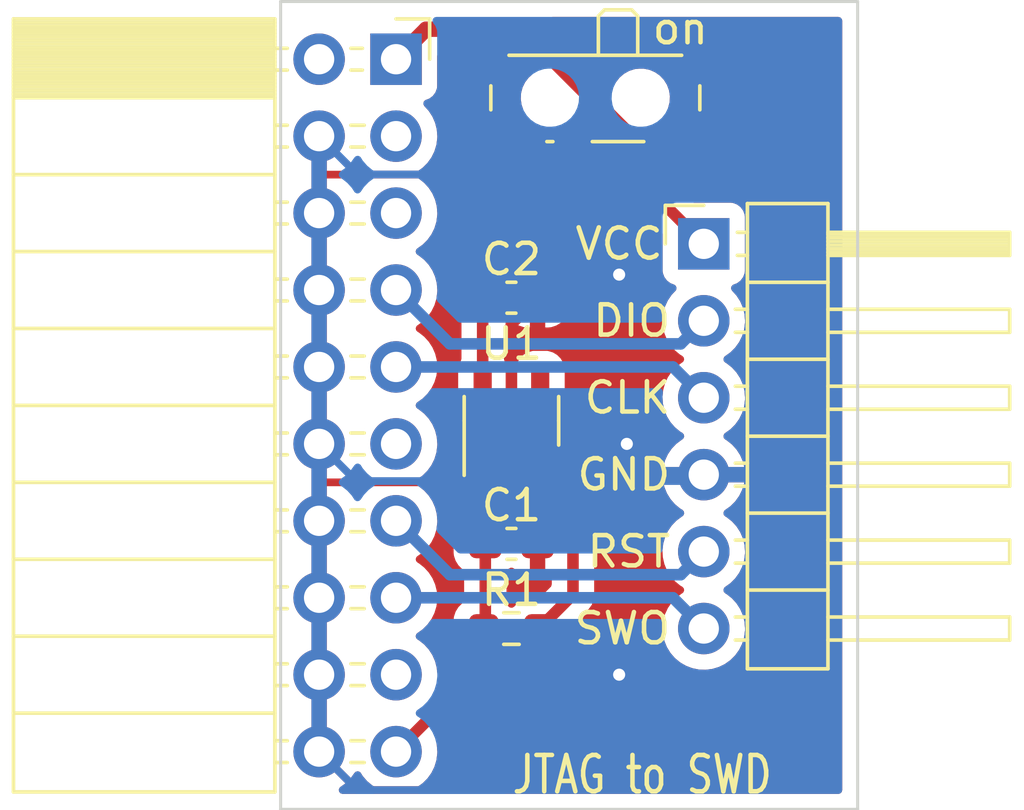
<source format=kicad_pcb>
(kicad_pcb (version 20211014) (generator pcbnew)
  (layers (0 "F.Cu" mixed) (31 "B.Cu" mixed) (35 "F.Paste" user) (37 "F.SilkS" user "F.Silkscreen") (38 "B.Mask" user) (39 "F.Mask" user) (44 "Edge.Cuts" user))
  (net 0 "")
  (net 1 "+5V")
  (net 2 "GND")
  (net 3 "+3.3V")
  (net 4 "/VTref")
  (net 6 "/nTRST")
  (net 7 "/TDI")
  (net 8 "/TMS_DIO")
  (net 9 "/TCK_CLK")
  (net 11 "/TDO_SWO")
  (net 12 "/RST")
  (net 14 "Net-(R1-Pad2)")
  (footprint "Resistor_SMD:R_0603_1608Metric_Pad0.98x0.95mm_HandSolder" (layer "F.Cu") (at 123.19 100.076)
    (fp_text reference "R1" (at 0 -1.27) (layer "F.SilkS"))
    (fp_text value "10K")
    (fp_line (start -0.254724 -0.5225) (end 0.254724 -0.5225) (layer "F.SilkS") (width 0.12))
    (fp_line (start -0.254724 0.5225) (end 0.254724 0.5225) (layer "F.SilkS") (width 0.12))
    (pad "1" smd roundrect (at -0.9125 0) (size 0.975 0.95) (layers "F.Cu" "F.Paste" "F.Mask") (net 1 "+5V"))
    (pad "2" smd roundrect (at 0.9125 0) (size 0.975 0.95) (layers "F.Cu" "F.Paste" "F.Mask") (net 14 "Net-(R1-Pad2)"))
  )
  (footprint "Package_TO_SOT_SMD:SOT-23-5" (layer "F.Cu") (at 123.19 93.218 90)
    (fp_text reference "U1" (at 2.54 0 180) (layer "F.SilkS"))
    (fp_text value "NCP163")
    (fp_line (start 0 1.56) (end -0.8 1.56) (layer "F.SilkS") (width 0.12))
    (fp_line (start 0 -1.56) (end 0.8 -1.56) (layer "F.SilkS") (width 0.12))
    (fp_line (start 0 1.56) (end 0.8 1.56) (layer "F.SilkS") (width 0.12))
    (fp_line (start 0 -1.56) (end -1.8 -1.56) (layer "F.SilkS") (width 0.12))
    (pad "1" smd roundrect (at -1.1375 -0.95 90) (size 1.325 0.6) (layers "F.Cu" "F.Paste" "F.Mask") (net 1 "+5V"))
    (pad "2" smd roundrect (at -1.1375 0 90) (size 1.325 0.6) (layers "F.Cu" "F.Paste" "F.Mask") (net 2 "GND"))
    (pad "3" smd roundrect (at -1.1375 0.95 90) (size 1.325 0.6) (layers "F.Cu" "F.Paste" "F.Mask") (net 14 "Net-(R1-Pad2)"))
    (pad "4" smd roundrect (at 1.1375 0.95 90) (size 1.325 0.6) (layers "F.Cu" "F.Paste" "F.Mask"))
    (pad "5" smd roundrect (at 1.1375 -0.95 90) (size 1.325 0.6) (layers "F.Cu" "F.Paste" "F.Mask") (net 3 "+3.3V"))
  )
  (footprint "Capacitor_SMD:C_0603_1608Metric_Pad1.08x0.95mm_HandSolder" (layer "F.Cu") (at 123.19 97.282)
    (fp_text reference "C1" (at 0 -1.27) (layer "F.SilkS"))
    (fp_text value "4k7")
    (fp_line (start -0.146267 0.51) (end 0.146267 0.51) (layer "F.SilkS") (width 0.12))
    (fp_line (start -0.146267 -0.51) (end 0.146267 -0.51) (layer "F.SilkS") (width 0.12))
    (pad "1" smd roundrect (at -0.8625 0) (size 1.075 0.95) (layers "F.Cu" "F.Paste" "F.Mask") (net 1 "+5V"))
    (pad "2" smd roundrect (at 0.8625 0) (size 1.075 0.95) (layers "F.Cu" "F.Paste" "F.Mask") (net 2 "GND"))
  )
  (footprint "Capacitor_SMD:C_0603_1608Metric_Pad1.08x0.95mm_HandSolder" (layer "F.Cu") (at 123.19 89.154)
    (fp_text reference "C2" (at 0 -1.27) (layer "F.SilkS"))
    (fp_text value "4k7")
    (fp_line (start -0.146267 0.51) (end 0.146267 0.51) (layer "F.SilkS") (width 0.12))
    (fp_line (start -0.146267 -0.51) (end 0.146267 -0.51) (layer "F.SilkS") (width 0.12))
    (pad "1" smd roundrect (at -0.8625 0) (size 1.075 0.95) (layers "F.Cu" "F.Paste" "F.Mask") (net 3 "+3.3V"))
    (pad "2" smd roundrect (at 0.8625 0) (size 1.075 0.95) (layers "F.Cu" "F.Paste" "F.Mask") (net 2 "GND"))
  )
  (footprint "Button_Switch_SMD:SW_SPDT_PCM12" (layer "F.Cu") (at 125.96 82.88 180)
    (fp_text reference "SW1" hide)
    (fp_text value "PWR_ON" hide)
    (fp_line (start -0.1 3.02) (end -0.1 1.73) (layer "F.SilkS") (width 0.12))
    (fp_line (start 1.4 -1.12) (end 1.6 -1.12) (layer "F.SilkS") (width 0.12))
    (fp_line (start -0.1 3.02) (end -0.3 3.23) (layer "F.SilkS") (width 0.12))
    (fp_line (start -1.4 1.73) (end -1.4 3.02) (layer "F.SilkS") (width 0.12))
    (fp_line (start -1.4 3.02) (end -1.2 3.23) (layer "F.SilkS") (width 0.12))
    (fp_line (start -1.6 -1.12) (end 0.1 -1.12) (layer "F.SilkS") (width 0.12))
    (fp_line (start -1.2 3.23) (end -0.3 3.23) (layer "F.SilkS") (width 0.12))
    (fp_line (start -3.45 -0.07) (end -3.45 0.72) (layer "F.SilkS") (width 0.12))
    (fp_line (start 3.45 0.72) (end 3.45 -0.07) (layer "F.SilkS") (width 0.12))
    (fp_line (start -2.85 1.73) (end 2.85 1.73) (layer "F.SilkS") (width 0.12))
    (pad "" smd rect (at -3.65 -0.78 180) (size 1 0.8) (layers "F.Cu" "F.Paste" "F.Mask"))
    (pad "" smd rect (at 3.65 1.43 180) (size 1 0.8) (layers "F.Cu" "F.Paste" "F.Mask"))
    (pad "" smd rect (at 3.65 -0.78 180) (size 1 0.8) (layers "F.Cu" "F.Paste" "F.Mask"))
    (pad "" smd rect (at -3.65 1.43 180) (size 1 0.8) (layers "F.Cu" "F.Paste" "F.Mask"))
    (pad "" np_thru_hole circle (at -1.5 0.33 180) (size 0.9 0.9) (drill 0.9) (layers *.Cu *.Mask))
    (pad "" np_thru_hole circle (at 1.5 0.33 180) (size 0.9 0.9) (drill 0.9) (layers *.Cu *.Mask))
    (pad "1" smd rect (at -2.25 -1.43 180) (size 0.7 1.5) (layers "F.Cu" "F.Paste" "F.Mask") (net 4 "/VTref"))
    (pad "2" smd rect (at 0.75 -1.43 180) (size 0.7 1.5) (layers "F.Cu" "F.Paste" "F.Mask") (net 3 "+3.3V"))
    (pad "3" smd rect (at 2.25 -1.43 180) (size 0.7 1.5) (layers "F.Cu" "F.Paste" "F.Mask"))
  )
  (footprint "Connector_PinHeader_2.54mm:PinHeader_1x06_P2.54mm_Horizontal" (layer "F.Cu") (at 129.54 87.376)
    (fp_text reference "J2" hide)
    (fp_text value "SWD" hide)
    (fp_line (start 1.44 1.27) (end 4.1 1.27) (layer "F.SilkS") (width 0.12))
    (fp_line (start 10.1 7.24) (end 10.1 8) (layer "F.SilkS") (width 0.12))
    (fp_line (start 4.1 -0.08) (end 10.1 -0.08) (layer "F.SilkS") (width 0.12))
    (fp_line (start 1.042929 4.7) (end 1.44 4.7) (layer "F.SilkS") (width 0.12))
    (fp_line (start 10.1 2.16) (end 10.1 2.92) (layer "F.SilkS") (width 0.12))
    (fp_line (start 10.1 13.08) (end 4.1 13.08) (layer "F.SilkS") (width 0.12))
    (fp_line (start 10.1 10.54) (end 4.1 10.54) (layer "F.SilkS") (width 0.12))
    (fp_line (start 4.1 4.7) (end 10.1 4.7) (layer "F.SilkS") (width 0.12))
    (fp_line (start 1.042929 12.32) (end 1.44 12.32) (layer "F.SilkS") (width 0.12))
    (fp_line (start 4.1 9.78) (end 10.1 9.78) (layer "F.SilkS") (width 0.12))
    (fp_line (start 4.1 12.32) (end 10.1 12.32) (layer "F.SilkS") (width 0.12))
    (fp_line (start 1.44 -1.33) (end 1.44 14.03) (layer "F.SilkS") (width 0.12))
    (fp_line (start 1.042929 10.54) (end 1.44 10.54) (layer "F.SilkS") (width 0.12))
    (fp_line (start 1.042929 2.16) (end 1.44 2.16) (layer "F.SilkS") (width 0.12))
    (fp_line (start -1.27 0) (end -1.27 -1.27) (layer "F.SilkS") (width 0.12))
    (fp_line (start 4.1 0.28) (end 10.1 0.28) (layer "F.SilkS") (width 0.12))
    (fp_line (start 4.1 -0.38) (end 10.1 -0.38) (layer "F.SilkS") (width 0.12))
    (fp_line (start 4.1 7.24) (end 10.1 7.24) (layer "F.SilkS") (width 0.12))
    (fp_line (start 10.1 4.7) (end 10.1 5.46) (layer "F.SilkS") (width 0.12))
    (fp_line (start 4.1 -0.2) (end 10.1 -0.2) (layer "F.SilkS") (width 0.12))
    (fp_line (start 4.1 14.03) (end 4.1 -1.33) (layer "F.SilkS") (width 0.12))
    (fp_line (start 1.44 6.35) (end 4.1 6.35) (layer "F.SilkS") (width 0.12))
    (fp_line (start 1.44 8.89) (end 4.1 8.89) (layer "F.SilkS") (width 0.12))
    (fp_line (start 1.11 -0.38) (end 1.44 -0.38) (layer "F.SilkS") (width 0.12))
    (fp_line (start 1.042929 9.78) (end 1.44 9.78) (layer "F.SilkS") (width 0.12))
    (fp_line (start 1.042929 7.24) (end 1.44 7.24) (layer "F.SilkS") (width 0.12))
    (fp_line (start 10.1 12.32) (end 10.1 13.08) (layer "F.SilkS") (width 0.12))
    (fp_line (start 1.042929 2.92) (end 1.44 2.92) (layer "F.SilkS") (width 0.12))
    (fp_line (start -1.27 -1.27) (end 0 -1.27) (layer "F.SilkS") (width 0.12))
    (fp_line (start 10.1 8) (end 4.1 8) (layer "F.SilkS") (width 0.12))
    (fp_line (start 10.1 0.38) (end 4.1 0.38) (layer "F.SilkS") (width 0.12))
    (fp_line (start 10.1 -0.38) (end 10.1 0.38) (layer "F.SilkS") (width 0.12))
    (fp_line (start 4.1 0.16) (end 10.1 0.16) (layer "F.SilkS") (width 0.12))
    (fp_line (start 1.44 3.81) (end 4.1 3.81) (layer "F.SilkS") (width 0.12))
    (fp_line (start 4.1 0.04) (end 10.1 0.04) (layer "F.SilkS") (width 0.12))
    (fp_line (start 10.1 9.78) (end 10.1 10.54) (layer "F.SilkS") (width 0.12))
    (fp_line (start 1.44 14.03) (end 4.1 14.03) (layer "F.SilkS") (width 0.12))
    (fp_line (start 10.1 5.46) (end 4.1 5.46) (layer "F.SilkS") (width 0.12))
    (fp_line (start 4.1 -1.33) (end 1.44 -1.33) (layer "F.SilkS") (width 0.12))
    (fp_line (start 1.44 11.43) (end 4.1 11.43) (layer "F.SilkS") (width 0.12))
    (fp_line (start 1.042929 13.08) (end 1.44 13.08) (layer "F.SilkS") (width 0.12))
    (fp_line (start 1.11 0.38) (end 1.44 0.38) (layer "F.SilkS") (width 0.12))
    (fp_line (start 1.042929 8) (end 1.44 8) (layer "F.SilkS") (width 0.12))
    (fp_line (start 10.1 2.92) (end 4.1 2.92) (layer "F.SilkS") (width 0.12))
    (fp_line (start 4.1 -0.32) (end 10.1 -0.32) (layer "F.SilkS") (width 0.12))
    (fp_line (start 1.042929 5.46) (end 1.44 5.46) (layer "F.SilkS") (width 0.12))
    (fp_line (start 4.1 2.16) (end 10.1 2.16) (layer "F.SilkS") (width 0.12))
    (pad "1" thru_hole rect (at 0 0) (size 1.7 1.7) (drill 1) (layers *.Cu *.Mask) (net 4 "/VTref"))
    (pad "2" thru_hole oval (at 0 2.54) (size 1.7 1.7) (drill 1) (layers *.Cu *.Mask) (net 8 "/TMS_DIO"))
    (pad "3" thru_hole oval (at 0 5.08) (size 1.7 1.7) (drill 1) (layers *.Cu *.Mask) (net 9 "/TCK_CLK"))
    (pad "4" thru_hole oval (at 0 7.62) (size 1.7 1.7) (drill 1) (layers *.Cu *.Mask) (net 2 "GND"))
    (pad "5" thru_hole oval (at 0 10.16) (size 1.7 1.7) (drill 1) (layers *.Cu *.Mask) (net 11 "/TDO_SWO"))
    (pad "6" thru_hole oval (at 0 12.7) (size 1.7 1.7) (drill 1) (layers *.Cu *.Mask) (net 12 "/RST"))
  )
  (footprint "Connector_PinSocket_2.54mm:PinSocket_2x10_P2.54mm_Horizontal" (layer "F.Cu") (at 119.38 81.28)
    (fp_text reference "J1" hide)
    (fp_text value "Conn_02x10_Odd_Even" hide)
    (fp_line (start -12.63 0.561425) (end -4 0.561425) (layer "F.SilkS") (width 0.12))
    (fp_line (start -4 23.22) (end -3.59 23.22) (layer "F.SilkS") (width 0.12))
    (fp_line (start -12.63 1.27) (end -4 1.27) (layer "F.SilkS") (width 0.12))
    (fp_line (start -4 19.96) (end -3.59 19.96) (layer "F.SilkS") (width 0.12))
    (fp_line (start -12.63 1.1519) (end -4 1.1519) (layer "F.SilkS") (width 0.12))
    (fp_line (start -4 18.14) (end -3.59 18.14) (layer "F.SilkS") (width 0.12))
    (fp_line (start -12.63 -0.02905) (end -4 -0.02905) (layer "F.SilkS") (width 0.12))
    (fp_line (start -12.63 -0.147145) (end -4 -0.147145) (layer "F.SilkS") (width 0.12))
    (fp_line (start -12.63 -0.26524) (end -4 -0.26524) (layer "F.SilkS") (width 0.12))
    (fp_line (start -12.63 0.91571) (end -4 0.91571) (layer "F.SilkS") (width 0.12))
    (fp_line (start -12.63 -1.33) (end -4 -1.33) (layer "F.SilkS") (width 0.12))
    (fp_line (start -4 9.8) (end -3.59 9.8) (layer "F.SilkS") (width 0.12))
    (fp_line (start -12.63 0.325235) (end -4 0.325235) (layer "F.SilkS") (width 0.12))
    (fp_line (start -1.49 19.96) (end -1.05 19.96) (layer "F.SilkS") (width 0.12))
    (fp_line (start -12.63 16.51) (end -4 16.51) (layer "F.SilkS") (width 0.12))
    (fp_line (start -4 -1.33) (end -4 24.19) (layer "F.SilkS") (width 0.12))
    (fp_line (start -12.63 -1.33) (end -12.63 24.19) (layer "F.SilkS") (width 0.12))
    (fp_line (start -1.49 5.44) (end -1.05 5.44) (layer "F.SilkS") (width 0.12))
    (fp_line (start -12.63 6.35) (end -4 6.35) (layer "F.SilkS") (width 0.12))
    (fp_line (start -4 22.5) (end -3.59 22.5) (layer "F.SilkS") (width 0.12))
    (fp_line (start -12.63 -1.21) (end -4 -1.21) (layer "F.SilkS") (width 0.12))
    (fp_line (start -4 14.88) (end -3.59 14.88) (layer "F.SilkS") (width 0.12))
    (fp_line (start -12.63 0.44333) (end -4 0.44333) (layer "F.SilkS") (width 0.12))
    (fp_line (start -12.63 -1.091905) (end -4 -1.091905) (layer "F.SilkS") (width 0.12))
    (fp_line (start -1.49 20.68) (end -1.05 20.68) (layer "F.SilkS") (width 0.12))
    (fp_line (start -12.63 19.05) (end -4 19.05) (layer "F.SilkS") (width 0.12))
    (fp_line (start -12.63 0.797615) (end -4 0.797615) (layer "F.SilkS") (width 0.12))
    (fp_line (start -4 7.26) (end -3.59 7.26) (layer "F.SilkS") (width 0.12))
    (fp_line (start -12.63 -0.855715) (end -4 -0.855715) (layer "F.SilkS") (width 0.12))
    (fp_line (start -4 10.52) (end -3.59 10.52) (layer "F.SilkS") (width 0.12))
    (fp_line (start -1.49 2.18) (end -1.05 2.18) (layer "F.SilkS") (width 0.12))
    (fp_line (start -12.63 -0.97381) (end -4 -0.97381) (layer "F.SilkS") (width 0.12))
    (fp_line (start -12.63 -0.383335) (end -4 -0.383335) (layer "F.SilkS") (width 0.12))
    (fp_line (start -1.49 2.9) (end -1.05 2.9) (layer "F.SilkS") (width 0.12))
    (fp_line (start -1.49 22.5) (end -1.05 22.5) (layer "F.SilkS") (width 0.12))
    (fp_line (start -1.49 13.06) (end -1.05 13.06) (layer "F.SilkS") (width 0.12))
    (fp_line (start -12.63 -0.50143) (end -4 -0.50143) (layer "F.SilkS") (width 0.12))
    (fp_line (start -12.63 0.20714) (end -4 0.20714) (layer "F.SilkS") (width 0.12))
    (fp_line (start -12.63 0.089045) (end -4 0.089045) (layer "F.SilkS") (width 0.12))
    (fp_line (start -4 5.44) (end -3.59 5.44) (layer "F.SilkS") (width 0.12))
    (fp_line (start -4 4.72) (end -3.59 4.72) (layer "F.SilkS") (width 0.12))
    (fp_line (start -1.49 7.98) (end -1.05 7.98) (layer "F.SilkS") (width 0.12))
    (fp_line (start -4 2.9) (end -3.59 2.9) (layer "F.SilkS") (width 0.12))
    (fp_line (start -12.63 1.033805) (end -4 1.033805) (layer "F.SilkS") (width 0.12))
    (fp_line (start -1.49 12.34) (end -1.05 12.34) (layer "F.SilkS") (width 0.12))
    (fp_line (start -12.63 11.43) (end -4 11.43) (layer "F.SilkS") (width 0.12))
    (fp_line (start -4 13.06) (end -3.59 13.06) (layer "F.SilkS") (width 0.12))
    (fp_line (start -1.49 0.36) (end -1.11 0.36) (layer "F.SilkS") (width 0.12))
    (fp_line (start -1.49 14.88) (end -1.05 14.88) (layer "F.SilkS") (width 0.12))
    (fp_line (start -4 2.18) (end -3.59 2.18) (layer "F.SilkS") (width 0.12))
    (fp_line (start -12.63 -0.619525) (end -4 -0.619525) (layer "F.SilkS") (width 0.12))
    (fp_line (start -1.49 17.42) (end -1.05 17.42) (layer "F.SilkS") (width 0.12))
    (fp_line (start -4 15.6) (end -3.59 15.6) (layer "F.SilkS") (width 0.12))
    (fp_line (start -4 20.68) (end -3.59 20.68) (layer "F.SilkS") (width 0.12))
    (fp_line (start -1.49 7.26) (end -1.05 7.26) (layer "F.SilkS") (width 0.12))
    (fp_line (start -1.49 9.8) (end -1.05 9.8) (layer "F.SilkS") (width 0.12))
    (fp_line (start -12.63 -0.73762) (end -4 -0.73762) (layer "F.SilkS") (width 0.12))
    (fp_line (start -12.63 13.97) (end -4 13.97) (layer "F.SilkS") (width 0.12))
    (fp_line (start 0 -1.33) (end 1.11 -1.33) (layer "F.SilkS") (width 0.12))
    (fp_line (start -1.49 15.6) (end -1.05 15.6) (layer "F.SilkS") (width 0.12))
    (fp_line (start -1.49 10.52) (end -1.05 10.52) (layer "F.SilkS") (width 0.12))
    (fp_line (start -12.63 24.19) (end -4 24.19) (layer "F.SilkS") (width 0.12))
    (fp_line (start -1.49 18.14) (end -1.05 18.14) (layer "F.SilkS") (width 0.12))
    (fp_line (start -4 12.34) (end -3.59 12.34) (layer "F.SilkS") (width 0.12))
    (fp_line (start -1.49 4.72) (end -1.05 4.72) (layer "F.SilkS") (width 0.12))
    (fp_line (start -4 17.42) (end -3.59 17.42) (layer "F.SilkS") (width 0.12))
    (fp_line (start -4 7.98) (end -3.59 7.98) (layer "F.SilkS") (width 0.12))
    (fp_line (start -12.63 3.81) (end -4 3.81) (layer "F.SilkS") (width 0.12))
    (fp_line (start -1.49 -0.36) (end -1.11 -0.36) (layer "F.SilkS") (width 0.12))
    (fp_line (start 1.11 -1.33) (end 1.11 0) (layer "F.SilkS") (width 0.12))
    (fp_line (start -12.63 0.67952) (end -4 0.67952) (layer "F.SilkS") (width 0.12))
    (fp_line (start -12.63 21.59) (end -4 21.59) (layer "F.SilkS") (width 0.12))
    (fp_line (start -4 -0.36) (end -3.59 -0.36) (layer "F.SilkS") (width 0.12))
    (fp_line (start -12.63 8.89) (end -4 8.89) (layer "F.SilkS") (width 0.12))
    (fp_line (start -4 0.36) (end -3.59 0.36) (layer "F.SilkS") (width 0.12))
    (fp_line (start -1.49 23.22) (end -1.05 23.22) (layer "F.SilkS") (width 0.12))
    (pad "1" thru_hole rect locked (at 0 0) (size 1.7 1.7) (drill 1) (layers *.Cu *.Mask) (net 4 "/VTref"))
    (pad "2" thru_hole oval locked (at -2.54 0) (size 1.7 1.7) (drill 1) (layers *.Cu *.Mask))
    (pad "3" thru_hole oval locked (at 0 2.54) (size 1.7 1.7) (drill 1) (layers *.Cu *.Mask) (net 6 "/nTRST"))
    (pad "4" thru_hole oval locked (at -2.54 2.54) (size 1.7 1.7) (drill 1) (layers *.Cu *.Mask) (net 2 "GND"))
    (pad "5" thru_hole oval locked (at 0 5.08) (size 1.7 1.7) (drill 1) (layers *.Cu *.Mask) (net 7 "/TDI"))
    (pad "6" thru_hole oval locked (at -2.54 5.08) (size 1.7 1.7) (drill 1) (layers *.Cu *.Mask) (net 2 "GND"))
    (pad "7" thru_hole oval locked (at 0 7.62) (size 1.7 1.7) (drill 1) (layers *.Cu *.Mask) (net 8 "/TMS_DIO"))
    (pad "8" thru_hole oval locked (at -2.54 7.62) (size 1.7 1.7) (drill 1) (layers *.Cu *.Mask) (net 2 "GND"))
    (pad "9" thru_hole oval locked (at 0 10.16) (size 1.7 1.7) (drill 1) (layers *.Cu *.Mask) (net 9 "/TCK_CLK"))
    (pad "10" thru_hole oval locked (at -2.54 10.16) (size 1.7 1.7) (drill 1) (layers *.Cu *.Mask) (net 2 "GND"))
    (pad "11" thru_hole oval locked (at 0 12.7) (size 1.7 1.7) (drill 1) (layers *.Cu *.Mask))
    (pad "12" thru_hole oval locked (at -2.54 12.7) (size 1.7 1.7) (drill 1) (layers *.Cu *.Mask) (net 2 "GND"))
    (pad "13" thru_hole oval locked (at 0 15.24) (size 1.7 1.7) (drill 1) (layers *.Cu *.Mask) (net 11 "/TDO_SWO"))
    (pad "14" thru_hole oval locked (at -2.54 15.24) (size 1.7 1.7) (drill 1) (layers *.Cu *.Mask) (net 2 "GND"))
    (pad "15" thru_hole oval locked (at 0 17.78) (size 1.7 1.7) (drill 1) (layers *.Cu *.Mask) (net 12 "/RST"))
    (pad "16" thru_hole oval locked (at -2.54 17.78) (size 1.7 1.7) (drill 1) (layers *.Cu *.Mask) (net 2 "GND"))
    (pad "17" thru_hole oval locked (at 0 20.32) (size 1.7 1.7) (drill 1) (layers *.Cu *.Mask))
    (pad "18" thru_hole oval locked (at -2.54 20.32) (size 1.7 1.7) (drill 1) (layers *.Cu *.Mask) (net 2 "GND"))
    (pad "19" thru_hole oval locked (at 0 22.86) (size 1.7 1.7) (drill 1) (layers *.Cu *.Mask) (net 1 "+5V"))
    (pad "20" thru_hole oval locked (at -2.54 22.86) (size 1.7 1.7) (drill 1) (layers *.Cu *.Mask) (net 2 "GND"))
  )
  (gr_line (start 134.62 79.375) (end 134.62 106.045) (layer "Edge.Cuts") (width 0.1))
  (gr_line (start 115.57 79.375) (end 134.62 79.375) (layer "Edge.Cuts") (width 0.1))
  (gr_line (start 115.57 79.375) (end 115.57 106.045) (layer "Edge.Cuts") (width 0.1))
  (gr_line (start 134.62 106.045) (end 115.57 106.045) (layer "Edge.Cuts") (width 0.1))
  (gr_text "on" (at 127.762 80.264) (layer "F.SilkS") (effects (font (size 1 1)) (justify left)))
  (gr_text "SWO" (at 128.524 100.076) (layer "F.SilkS") (effects (font (size 1 1)) (justify right)))
  (gr_text "VCC" (at 128.27 87.376) (layer "F.SilkS") (effects (font (size 1 1)) (justify right)))
  (gr_text "JTAG to SWD" (at 127.508 104.902) (layer "F.SilkS") (effects (font (size 1.2 0.9))))
  (gr_text "RST" (at 128.524 97.536) (layer "F.SilkS") (effects (font (size 1 1)) (justify right)))
  (gr_text "CLK" (at 128.524 92.456) (layer "F.SilkS") (effects (font (size 1 1)) (justify right)))
  (gr_text "DIO" (at 128.524 89.916) (layer "F.SilkS") (effects (font (size 1 1)) (justify right)))
  (gr_text "GND" (at 128.524 94.996) (layer "F.SilkS") (effects (font (size 1 1)) (justify right)))
  (segment (start 122.24 94.3555) (end 122.24 97.1945) (width 0.381) (layer "F.Cu") (net 1))
  (segment (start 119.38 104.14) (end 122.2775 101.2425) (width 0.381) (layer "F.Cu") (net 1))
  (segment (start 122.3275 100.026) (end 122.2775 100.076) (width 0.381) (layer "F.Cu") (net 1))
  (segment (start 122.3275 97.282) (end 122.3275 100.026) (width 0.381) (layer "F.Cu") (net 1))
  (segment (start 122.2775 101.2425) (end 122.2775 100.076) (width 0.381) (layer "F.Cu") (net 1))
  (segment (start 122.24 97.1945) (end 122.3275 97.282) (width 0.381) (layer "F.Cu") (net 1))
  (segment (start 116.84 85.09) (end 116.84 86.36) (width 0.381) (layer "F.Cu") (net 2))
  (segment (start 116.84 104.14) (end 118.11 105.41) (width 0.254) (layer "F.Cu") (net 2))
  (segment (start 116.84 85.09) (end 122.174 85.09) (width 0.254) (layer "F.Cu") (net 2))
  (segment (start 116.84 91.44) (end 116.84 93.98) (width 0.381) (layer "F.Cu") (net 2))
  (segment (start 116.84 83.82) (end 116.84 85.09) (width 0.381) (layer "F.Cu") (net 2))
  (segment (start 118.11 105.41) (end 122.682 105.41) (width 0.254) (layer "F.Cu") (net 2))
  (segment (start 116.84 86.36) (end 116.84 88.9) (width 0.381) (layer "F.Cu") (net 2))
  (segment (start 123.19 96.4195) (end 124.0525 97.282) (width 0.381) (layer "F.Cu") (net 2))
  (segment (start 123.19 94.3555) (end 123.19 96.4195) (width 0.381) (layer "F.Cu") (net 2))
  (segment (start 116.84 96.52) (end 116.84 99.06) (width 0.381) (layer "F.Cu") (net 2))
  (segment (start 116.84 101.6) (end 116.84 99.06) (width 0.381) (layer "F.Cu") (net 2))
  (segment (start 116.84 104.14) (end 116.84 101.6) (width 0.381) (layer "F.Cu") (net 2))
  (segment (start 123.19 90.0165) (end 124.0525 89.154) (width 0.381) (layer "F.Cu") (net 2))
  (segment (start 116.84 95.25) (end 120.904 95.25) (width 0.254) (layer "F.Cu") (net 2))
  (segment (start 116.84 93.98) (end 116.84 95.25) (width 0.381) (layer "F.Cu") (net 2))
  (segment (start 123.19 94.3555) (end 123.19 90.0165) (width 0.381) (layer "F.Cu") (net 2))
  (segment (start 116.84 88.9) (end 116.84 91.44) (width 0.381) (layer "F.Cu") (net 2))
  (segment (start 116.84 95.25) (end 116.84 96.52) (width 0.381) (layer "F.Cu") (net 2))
  (via (at 127 93.98) (size 0.8) (drill 0.4) (layers "F.Cu" "B.Cu") (net 2))
  (via (at 126.746 88.392) (size 0.8) (drill 0.4) (layers "F.Cu" "B.Cu") (net 2))
  (via (at 126.746 101.6) (size 0.8) (drill 0.4) (layers "F.Cu" "B.Cu") (net 2))
  (segment (start 129.329 95.207) (end 129.54 94.996) (width 0.254) (layer "B.Cu") (net 2))
  (segment (start 123.439793 85.085793) (end 126.746 88.392) (width 0.254) (layer "B.Cu") (net 2))
  (segment (start 127 95.164) (end 127.043 95.207) (width 0.254) (layer "B.Cu") (net 2))
  (segment (start 126.746 101.6) (end 122.936 105.41) (width 0.254) (layer "B.Cu") (net 2))
  (segment (start 127 93.98) (end 127 95.164) (width 0.254) (layer "B.Cu") (net 2))
  (segment (start 116.84 83.82) (end 118.105793 85.085793) (width 0.254) (layer "B.Cu") (net 2))
  (segment (start 127.043 95.207) (end 129.329 95.207) (width 0.254) (layer "B.Cu") (net 2))
  (segment (start 118.11 105.41) (end 116.84 104.14) (width 0.254) (layer "B.Cu") (net 2))
  (segment (start 118.067 95.207) (end 127.043 95.207) (width 0.254) (layer "B.Cu") (net 2))
  (segment (start 122.936 105.41) (end 118.11 105.41) (width 0.254) (layer "B.Cu") (net 2))
  (segment (start 116.84 93.98) (end 118.067 95.207) (width 0.254) (layer "B.Cu") (net 2))
  (segment (start 118.105793 85.085793) (end 123.439793 85.085793) (width 0.254) (layer "B.Cu") (net 2))
  (segment (start 122.24 92.0805) (end 122.24 89.2415) (width 0.381) (layer "F.Cu") (net 3))
  (segment (start 125.21 84.31) (end 125.21 85.61) (width 0.381) (layer "F.Cu") (net 3))
  (segment (start 122.3275 88.4925) (end 122.3275 89.154) (width 0.381) (layer "F.Cu") (net 3))
  (segment (start 125.21 85.61) (end 122.3275 88.4925) (width 0.381) (layer "F.Cu") (net 3))
  (segment (start 122.24 89.2415) (end 122.3275 89.154) (width 0.381) (layer "F.Cu") (net 3))
  (segment (start 128.21 84.31) (end 127.5916 84.31) (width 0.508) (layer "F.Cu") (net 4))
  (segment (start 128.21 84.31) (end 128.21 86.046) (width 0.381) (layer "F.Cu") (net 4))
  (segment (start 128.21 86.046) (end 129.54 87.376) (width 0.381) (layer "F.Cu") (net 4))
  (segment (start 123.571 80.2894) (end 120.3706 80.2894) (width 0.508) (layer "F.Cu") (net 4))
  (segment (start 120.3706 80.2894) (end 119.38 81.28) (width 0.508) (layer "F.Cu") (net 4))
  (segment (start 127.5916 84.31) (end 123.571 80.2894) (width 0.508) (layer "F.Cu") (net 4))
  (segment (start 121.158 90.678) (end 128.778 90.678) (width 0.381) (layer "B.Cu") (net 8))
  (segment (start 128.778 90.678) (end 129.54 89.916) (width 0.381) (layer "B.Cu") (net 8))
  (segment (start 119.38 88.9) (end 121.158 90.678) (width 0.381) (layer "B.Cu") (net 8))
  (segment (start 128.524 91.44) (end 129.54 92.456) (width 0.381) (layer "B.Cu") (net 9))
  (segment (start 119.38 91.44) (end 128.524 91.44) (width 0.381) (layer "B.Cu") (net 9))
  (segment (start 119.38 96.52) (end 121.158 98.298) (width 0.381) (layer "B.Cu") (net 11))
  (segment (start 128.778 98.298) (end 129.54 97.536) (width 0.381) (layer "B.Cu") (net 11))
  (segment (start 121.158 98.298) (end 128.778 98.298) (width 0.381) (layer "B.Cu") (net 11))
  (segment (start 119.38 99.06) (end 128.524 99.06) (width 0.381) (layer "B.Cu") (net 12))
  (segment (start 128.524 99.06) (end 129.54 100.076) (width 0.381) (layer "B.Cu") (net 12))
  (segment (start 125.222 98.9565) (end 125.222 95.4375) (width 0.381) (layer "F.Cu") (net 14))
  (segment (start 124.1025 100.076) (end 125.222 98.9565) (width 0.381) (layer "F.Cu") (net 14))
  (segment (start 125.222 95.4375) (end 124.14 94.3555) (width 0.381) (layer "F.Cu") (net 14))
  (zone (net 2) (net_name "GND") (layers F&B.Cu) (connect_pads (clearance 0.508)) (min_thickness 0.254) (fill yes (thermal_gap 0.508) (thermal_bridge_width 0.508))
    (polygon (pts (xy 134.62 106.045) (xy 115.57 106.045) (xy 115.57 79.375) (xy 134.62 79.375)))
  )
)
</source>
